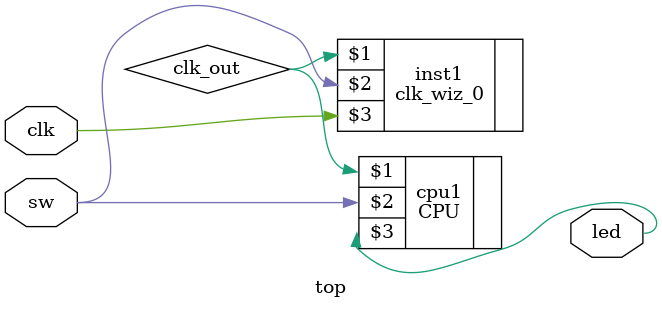
<source format=sv>


module top(input logic clk,sw,
           output logic led);

logic clk_out;
    
clk_wiz_0 inst1 (clk_out,sw,clk);
CPU cpu1 (clk_out,sw,led);

    
    
endmodule

</source>
